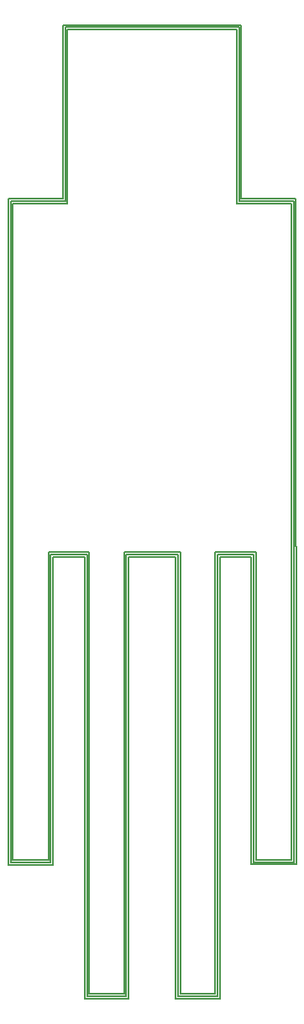
<source format=gbr>
%TF.GenerationSoftware,KiCad,Pcbnew,7.0.11*%
%TF.CreationDate,2025-02-23T17:02:11-08:00*%
%TF.ProjectId,enderman,656e6465-726d-4616-9e2e-6b696361645f,rev?*%
%TF.SameCoordinates,PX6ed1240PY84f1340*%
%TF.FileFunction,Profile,NP*%
%FSLAX46Y46*%
G04 Gerber Fmt 4.6, Leading zero omitted, Abs format (unit mm)*
G04 Created by KiCad (PCBNEW 7.0.11) date 2025-02-23 17:02:11*
%MOMM*%
%LPD*%
G01*
G04 APERTURE LIST*
%TA.AperFunction,Profile*%
%ADD10C,0.200000*%
%TD*%
G04 APERTURE END LIST*
D10*
X16127183Y2353124D02*
X16127183Y46829688D01*
X8185098Y47141289D02*
X8185098Y15591794D01*
X36968721Y15380474D02*
X36968721Y47398048D01*
X13458985Y99626563D02*
X13458985Y82360938D01*
X28793199Y2366794D02*
X25293199Y2366794D01*
X8429722Y81892188D02*
X13927769Y81892188D01*
X32451141Y15380474D02*
X36968721Y15380474D01*
X7951138Y47374610D02*
X7951138Y15357034D01*
X36490231Y81892188D02*
X36490231Y46929298D01*
X32920151Y46829688D02*
X28793199Y46829688D01*
X36724781Y47164027D02*
X36724781Y82125717D01*
X32684891Y46595586D02*
X32684891Y15614534D01*
X15892638Y2119744D02*
X19860355Y2119744D01*
X12234464Y15591794D02*
X12234464Y46595586D01*
X36968721Y47398048D02*
X36958721Y47398048D01*
X30990231Y81892188D02*
X36490231Y81892188D01*
X30990231Y99392188D02*
X30990231Y81892188D01*
X36724781Y82125717D02*
X31225371Y82125717D01*
X12468716Y15357034D02*
X12468716Y46360938D01*
X32920151Y15849224D02*
X32920151Y46829688D01*
X29261685Y1898044D02*
X29261685Y46360938D01*
X25059521Y46595586D02*
X25059521Y2132664D01*
X25293199Y46829688D02*
X19627183Y46829688D01*
X19860355Y46595586D02*
X25059521Y46595586D01*
X8194898Y82125717D02*
X8194898Y47141289D01*
X12000000Y46829688D02*
X12000000Y15825784D01*
X31458721Y82360938D02*
X31458721Y99860938D01*
X13693787Y99625941D02*
X13693787Y82125717D01*
X8194898Y47141289D02*
X8185098Y47141289D01*
X28793199Y46829688D02*
X28793199Y2366794D01*
X15658169Y1886334D02*
X20093716Y1886334D01*
X24826138Y1898044D02*
X29261685Y1898044D01*
X7951138Y15357034D02*
X12468716Y15357034D01*
X12234464Y46595586D02*
X15892638Y46595586D01*
X8419922Y15825784D02*
X8419922Y46907813D01*
X36500231Y46929298D02*
X36500231Y15849224D01*
X36734781Y15614534D02*
X36734781Y47164027D01*
X25059521Y2132664D02*
X29027237Y2132664D01*
X15658169Y46360938D02*
X15658169Y1886334D01*
X19860355Y2119744D02*
X19860355Y46595586D01*
X36958721Y47398048D02*
X36958721Y82360938D01*
X16127183Y46829688D02*
X12000000Y46829688D01*
X25293199Y2366794D02*
X25293199Y46829688D01*
X8419922Y46907813D02*
X8429722Y46907813D01*
X13458985Y82360938D02*
X7960938Y82360938D01*
X13458985Y99860938D02*
X13458985Y99626563D01*
X7960938Y47374610D02*
X7951138Y47374610D01*
X31225371Y99625941D02*
X13693787Y99625941D01*
X12000000Y15825784D02*
X8419922Y15825784D01*
X7960938Y82360938D02*
X7960938Y47374610D01*
X29261685Y46360938D02*
X32451141Y46360938D01*
X31458721Y99860938D02*
X13458985Y99860938D01*
X36500231Y15849224D02*
X32920151Y15849224D01*
X36958721Y82360938D02*
X31458721Y82360938D01*
X36734781Y47164027D02*
X36724781Y47164027D01*
X19627183Y46829688D02*
X19627183Y2353124D01*
X20093716Y46360938D02*
X24826138Y46360938D01*
X29027237Y2132664D02*
X29027237Y46595586D01*
X31225371Y82125717D02*
X31225371Y99625941D01*
X8429722Y46907813D02*
X8429722Y81892188D01*
X13927735Y99392188D02*
X30990231Y99392188D01*
X32684891Y15614534D02*
X36734781Y15614534D01*
X29027237Y46595586D02*
X32684891Y46595586D01*
X15892638Y46595586D02*
X15892638Y2119744D01*
X32451141Y46360938D02*
X32451141Y15380474D01*
X19627183Y2353124D02*
X16127183Y2353124D01*
X36490231Y46929298D02*
X36500231Y46929298D01*
X8185098Y15591794D02*
X12234464Y15591794D01*
X12468716Y46360938D02*
X15658169Y46360938D01*
X13693787Y82125717D02*
X8194898Y82125717D01*
X13927769Y81892188D02*
X13927735Y99392188D01*
X20093716Y1886334D02*
X20093716Y46360938D01*
X24826138Y46360938D02*
X24826138Y1898044D01*
M02*

</source>
